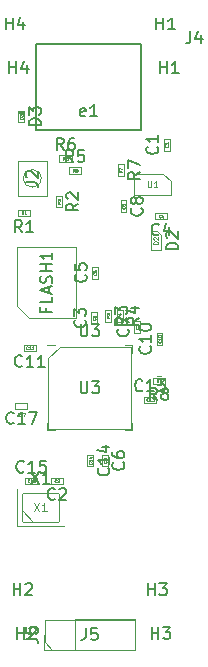
<source format=gbr>
G04 #@! TF.GenerationSoftware,KiCad,Pcbnew,(5.1.9)-1*
G04 #@! TF.CreationDate,2021-05-15T18:25:28+01:00*
G04 #@! TF.ProjectId,EnvOpenPico,456e764f-7065-46e5-9069-636f2e6b6963,REV1*
G04 #@! TF.SameCoordinates,Original*
G04 #@! TF.FileFunction,Other,Fab,Top*
%FSLAX46Y46*%
G04 Gerber Fmt 4.6, Leading zero omitted, Abs format (unit mm)*
G04 Created by KiCad (PCBNEW (5.1.9)-1) date 2021-05-15 18:25:28*
%MOMM*%
%LPD*%
G01*
G04 APERTURE LIST*
%ADD10C,0.100000*%
%ADD11C,0.150000*%
%ADD12C,0.120000*%
%ADD13C,0.060000*%
%ADD14C,0.040000*%
%ADD15C,0.075000*%
%ADD16C,0.105000*%
G04 APERTURE END LIST*
D10*
X97550000Y-79125000D02*
X97550000Y-74125000D01*
X97550000Y-74125000D02*
X102550000Y-74125000D01*
X102550000Y-74125000D02*
X102550000Y-80125000D01*
X102550000Y-80125000D02*
X98550000Y-80125000D01*
X98550000Y-80125000D02*
X97550000Y-79125000D01*
D11*
X108070000Y-56925000D02*
X99130000Y-56925000D01*
X108070000Y-56925000D02*
X108070000Y-64225000D01*
X99130000Y-56925000D02*
X99130000Y-64225000D01*
X108070000Y-64225000D02*
X99130000Y-64225000D01*
D10*
X108890000Y-74360000D02*
X109690000Y-74360000D01*
X108890000Y-72760000D02*
X108890000Y-74360000D01*
X109390000Y-72760000D02*
X108890000Y-72760000D01*
X109690000Y-73060000D02*
X109390000Y-72760000D01*
X109690000Y-74360000D02*
X109690000Y-73060000D01*
X106050000Y-68125000D02*
X106050000Y-67075000D01*
X106590000Y-68125000D02*
X106050000Y-68125000D01*
X106590000Y-67075000D02*
X106590000Y-68125000D01*
X106050000Y-67075000D02*
X106590000Y-67075000D01*
X102165000Y-66870000D02*
X101115000Y-66870000D01*
X102165000Y-66330000D02*
X102165000Y-66870000D01*
X101115000Y-66330000D02*
X102165000Y-66330000D01*
X101115000Y-66870000D02*
X101115000Y-66330000D01*
X102985000Y-67880000D02*
X101935000Y-67880000D01*
X102985000Y-67340000D02*
X102985000Y-67880000D01*
X101935000Y-67340000D02*
X102985000Y-67340000D01*
X101935000Y-67880000D02*
X101935000Y-67340000D01*
X97580000Y-69790000D02*
X97580000Y-66790000D01*
X97580000Y-66790000D02*
X100080000Y-66790000D01*
X100080000Y-66790000D02*
X100080000Y-69790000D01*
X100080000Y-69790000D02*
X97580000Y-69790000D01*
X99580000Y-68290000D02*
G75*
G03*
X99580000Y-68290000I-750000J0D01*
G01*
X100850000Y-70750000D02*
X100850000Y-69750000D01*
X101350000Y-70750000D02*
X100850000Y-70750000D01*
X101350000Y-69750000D02*
X101350000Y-70750000D01*
X100850000Y-69750000D02*
X101350000Y-69750000D01*
X109900000Y-67900000D02*
X110550000Y-68550000D01*
X110550000Y-69700000D02*
X110550000Y-68550000D01*
X109900000Y-67900000D02*
X107450000Y-67900000D01*
X107450000Y-69700000D02*
X107450000Y-67900000D01*
X110550000Y-69700000D02*
X107450000Y-69700000D01*
X106300000Y-70150000D02*
X106800000Y-70150000D01*
X106800000Y-70150000D02*
X106800000Y-71150000D01*
X106800000Y-71150000D02*
X106300000Y-71150000D01*
X106300000Y-71150000D02*
X106300000Y-70150000D01*
X109225000Y-71250000D02*
X110225000Y-71250000D01*
X109225000Y-71750000D02*
X109225000Y-71250000D01*
X110225000Y-71750000D02*
X109225000Y-71750000D01*
X110225000Y-71250000D02*
X110225000Y-71750000D01*
X98025000Y-94900000D02*
X101025000Y-94900000D01*
X101025000Y-94900000D02*
X101125000Y-95000000D01*
X101125000Y-95000000D02*
X101125000Y-97300000D01*
X101125000Y-97300000D02*
X101025000Y-97400000D01*
X101025000Y-97400000D02*
X98025000Y-97400000D01*
X98025000Y-97400000D02*
X97925000Y-97300000D01*
X97925000Y-97300000D02*
X97925000Y-95000000D01*
X97925000Y-95000000D02*
X98025000Y-94900000D01*
X97925000Y-96400000D02*
X98925000Y-97400000D01*
D12*
X97525000Y-94575000D02*
X97525000Y-97725000D01*
X97525000Y-97725000D02*
X101525000Y-97725000D01*
D10*
X104325000Y-79600000D02*
X104325000Y-80600000D01*
X103825000Y-79600000D02*
X104325000Y-79600000D01*
X103825000Y-80600000D02*
X103825000Y-79600000D01*
X104325000Y-80600000D02*
X103825000Y-80600000D01*
X97390000Y-87335000D02*
X98390000Y-87335000D01*
X97390000Y-87835000D02*
X97390000Y-87335000D01*
X98390000Y-87835000D02*
X97390000Y-87835000D01*
X98390000Y-87335000D02*
X98390000Y-87835000D01*
X99250000Y-94150000D02*
X98250000Y-94150000D01*
X99250000Y-93650000D02*
X99250000Y-94150000D01*
X98250000Y-93650000D02*
X99250000Y-93650000D01*
X98250000Y-94150000D02*
X98250000Y-93650000D01*
X109850000Y-81375000D02*
X109850000Y-82375000D01*
X109350000Y-81375000D02*
X109850000Y-81375000D01*
X109350000Y-82375000D02*
X109350000Y-81375000D01*
X109850000Y-82375000D02*
X109350000Y-82375000D01*
X103500000Y-92675000D02*
X103500000Y-91675000D01*
X104000000Y-92675000D02*
X103500000Y-92675000D01*
X104000000Y-91675000D02*
X104000000Y-92675000D01*
X103500000Y-91675000D02*
X104000000Y-91675000D01*
X109300000Y-87275000D02*
X108300000Y-87275000D01*
X109300000Y-86775000D02*
X109300000Y-87275000D01*
X108300000Y-86775000D02*
X109300000Y-86775000D01*
X108300000Y-87275000D02*
X108300000Y-86775000D01*
X105980000Y-80425000D02*
X105980000Y-79425000D01*
X106480000Y-80425000D02*
X105980000Y-80425000D01*
X106480000Y-79425000D02*
X106480000Y-80425000D01*
X105980000Y-79425000D02*
X106480000Y-79425000D01*
X105000000Y-80425000D02*
X105000000Y-79425000D01*
X105500000Y-80425000D02*
X105000000Y-80425000D01*
X105500000Y-79425000D02*
X105500000Y-80425000D01*
X105000000Y-79425000D02*
X105500000Y-79425000D01*
X97620000Y-70980000D02*
X98620000Y-70980000D01*
X97620000Y-71480000D02*
X97620000Y-70980000D01*
X98620000Y-71480000D02*
X97620000Y-71480000D01*
X98620000Y-70980000D02*
X98620000Y-71480000D01*
X98100000Y-82400000D02*
X99100000Y-82400000D01*
X98100000Y-82900000D02*
X98100000Y-82400000D01*
X99100000Y-82900000D02*
X98100000Y-82900000D01*
X99100000Y-82400000D02*
X99100000Y-82900000D01*
X107975000Y-80375000D02*
X107975000Y-81375000D01*
X107475000Y-80375000D02*
X107975000Y-80375000D01*
X107475000Y-81375000D02*
X107475000Y-80375000D01*
X107975000Y-81375000D02*
X107475000Y-81375000D01*
X104750000Y-92675000D02*
X104750000Y-91675000D01*
X105250000Y-92675000D02*
X104750000Y-92675000D01*
X105250000Y-91675000D02*
X105250000Y-92675000D01*
X104750000Y-91675000D02*
X105250000Y-91675000D01*
X104375000Y-75775000D02*
X104375000Y-76775000D01*
X103875000Y-75775000D02*
X104375000Y-75775000D01*
X103875000Y-76775000D02*
X103875000Y-75775000D01*
X104375000Y-76775000D02*
X103875000Y-76775000D01*
X100400000Y-93650000D02*
X101400000Y-93650000D01*
X100400000Y-94150000D02*
X100400000Y-93650000D01*
X101400000Y-94150000D02*
X100400000Y-94150000D01*
X101400000Y-93650000D02*
X101400000Y-94150000D01*
X110450000Y-64945000D02*
X110450000Y-65945000D01*
X109950000Y-64945000D02*
X110450000Y-64945000D01*
X109950000Y-65945000D02*
X109950000Y-64945000D01*
X110450000Y-65945000D02*
X109950000Y-65945000D01*
D12*
X109703641Y-85045000D02*
X109396359Y-85045000D01*
X109703641Y-85805000D02*
X109396359Y-85805000D01*
D10*
X109025000Y-85155000D02*
X110075000Y-85155000D01*
X109025000Y-85695000D02*
X109025000Y-85155000D01*
X110075000Y-85695000D02*
X109025000Y-85695000D01*
X110075000Y-85155000D02*
X110075000Y-85695000D01*
X97650000Y-62750000D02*
X98150000Y-62750000D01*
X97650000Y-62650000D02*
X98150000Y-62650000D01*
X97650000Y-63550000D02*
X97650000Y-62550000D01*
X98150000Y-63550000D02*
X97650000Y-63550000D01*
X98150000Y-62550000D02*
X98150000Y-63550000D01*
X97650000Y-62550000D02*
X98150000Y-62550000D01*
X97950000Y-61960000D02*
G75*
G03*
X97950000Y-61960000I-50000J0D01*
G01*
X100190000Y-83525000D02*
X101190000Y-82525000D01*
X100190000Y-89525000D02*
X100190000Y-83525000D01*
X107190000Y-89525000D02*
X100190000Y-89525000D01*
X107190000Y-82525000D02*
X107190000Y-89525000D01*
X101190000Y-82525000D02*
X107190000Y-82525000D01*
D12*
X100730000Y-82415000D02*
X100080000Y-82415000D01*
X107300000Y-89635000D02*
X107300000Y-88985000D01*
X106650000Y-89635000D02*
X107300000Y-89635000D01*
X100080000Y-89635000D02*
X100080000Y-88985000D01*
X100730000Y-89635000D02*
X100080000Y-89635000D01*
X107300000Y-82415000D02*
X107300000Y-83065000D01*
X106650000Y-82415000D02*
X107300000Y-82415000D01*
X99820000Y-108255000D02*
X99820000Y-106925000D01*
X101150000Y-108255000D02*
X99820000Y-108255000D01*
X102420000Y-108255000D02*
X102420000Y-105595000D01*
X102420000Y-105595000D02*
X107560000Y-105595000D01*
X102420000Y-108255000D02*
X107560000Y-108255000D01*
X107560000Y-108255000D02*
X107560000Y-105595000D01*
D10*
X100515000Y-108195000D02*
X99880000Y-107560000D01*
X107500000Y-108195000D02*
X100515000Y-108195000D01*
X107500000Y-105655000D02*
X107500000Y-108195000D01*
X99880000Y-105655000D02*
X107500000Y-105655000D01*
X99880000Y-107560000D02*
X99880000Y-105655000D01*
D11*
X99978571Y-79291666D02*
X99978571Y-79625000D01*
X100502380Y-79625000D02*
X99502380Y-79625000D01*
X99502380Y-79148809D01*
X100502380Y-78291666D02*
X100502380Y-78767857D01*
X99502380Y-78767857D01*
X100216666Y-78005952D02*
X100216666Y-77529761D01*
X100502380Y-78101190D02*
X99502380Y-77767857D01*
X100502380Y-77434523D01*
X100454761Y-77148809D02*
X100502380Y-77005952D01*
X100502380Y-76767857D01*
X100454761Y-76672619D01*
X100407142Y-76625000D01*
X100311904Y-76577380D01*
X100216666Y-76577380D01*
X100121428Y-76625000D01*
X100073809Y-76672619D01*
X100026190Y-76767857D01*
X99978571Y-76958333D01*
X99930952Y-77053571D01*
X99883333Y-77101190D01*
X99788095Y-77148809D01*
X99692857Y-77148809D01*
X99597619Y-77101190D01*
X99550000Y-77053571D01*
X99502380Y-76958333D01*
X99502380Y-76720238D01*
X99550000Y-76577380D01*
X100502380Y-76148809D02*
X99502380Y-76148809D01*
X99978571Y-76148809D02*
X99978571Y-75577380D01*
X100502380Y-75577380D02*
X99502380Y-75577380D01*
X100502380Y-74577380D02*
X100502380Y-75148809D01*
X100502380Y-74863095D02*
X99502380Y-74863095D01*
X99645238Y-74958333D01*
X99740476Y-75053571D01*
X99788095Y-75148809D01*
X103314285Y-62974761D02*
X103219047Y-63022380D01*
X103028571Y-63022380D01*
X102933333Y-62974761D01*
X102885714Y-62879523D01*
X102885714Y-62498571D01*
X102933333Y-62403333D01*
X103028571Y-62355714D01*
X103219047Y-62355714D01*
X103314285Y-62403333D01*
X103361904Y-62498571D01*
X103361904Y-62593809D01*
X102885714Y-62689047D01*
X104314285Y-63022380D02*
X103742857Y-63022380D01*
X104028571Y-63022380D02*
X104028571Y-62022380D01*
X103933333Y-62165238D01*
X103838095Y-62260476D01*
X103742857Y-62308095D01*
X103314285Y-62979761D02*
X103219047Y-63027380D01*
X103028571Y-63027380D01*
X102933333Y-62979761D01*
X102885714Y-62884523D01*
X102885714Y-62503571D01*
X102933333Y-62408333D01*
X103028571Y-62360714D01*
X103219047Y-62360714D01*
X103314285Y-62408333D01*
X103361904Y-62503571D01*
X103361904Y-62598809D01*
X102885714Y-62694047D01*
X104314285Y-63027380D02*
X103742857Y-63027380D01*
X104028571Y-63027380D02*
X104028571Y-62027380D01*
X103933333Y-62170238D01*
X103838095Y-62265476D01*
X103742857Y-62313095D01*
X111172380Y-74298095D02*
X110172380Y-74298095D01*
X110172380Y-74060000D01*
X110220000Y-73917142D01*
X110315238Y-73821904D01*
X110410476Y-73774285D01*
X110600952Y-73726666D01*
X110743809Y-73726666D01*
X110934285Y-73774285D01*
X111029523Y-73821904D01*
X111124761Y-73917142D01*
X111172380Y-74060000D01*
X111172380Y-74298095D01*
X110267619Y-73345714D02*
X110220000Y-73298095D01*
X110172380Y-73202857D01*
X110172380Y-72964761D01*
X110220000Y-72869523D01*
X110267619Y-72821904D01*
X110362857Y-72774285D01*
X110458095Y-72774285D01*
X110600952Y-72821904D01*
X111172380Y-73393333D01*
X111172380Y-72774285D01*
D13*
X109470952Y-73855238D02*
X109070952Y-73855238D01*
X109070952Y-73760000D01*
X109090000Y-73702857D01*
X109128095Y-73664761D01*
X109166190Y-73645714D01*
X109242380Y-73626666D01*
X109299523Y-73626666D01*
X109375714Y-73645714D01*
X109413809Y-73664761D01*
X109451904Y-73702857D01*
X109470952Y-73760000D01*
X109470952Y-73855238D01*
X109109047Y-73474285D02*
X109090000Y-73455238D01*
X109070952Y-73417142D01*
X109070952Y-73321904D01*
X109090000Y-73283809D01*
X109109047Y-73264761D01*
X109147142Y-73245714D01*
X109185238Y-73245714D01*
X109242380Y-73264761D01*
X109470952Y-73493333D01*
X109470952Y-73245714D01*
D11*
X107942380Y-67766666D02*
X107466190Y-68100000D01*
X107942380Y-68338095D02*
X106942380Y-68338095D01*
X106942380Y-67957142D01*
X106990000Y-67861904D01*
X107037619Y-67814285D01*
X107132857Y-67766666D01*
X107275714Y-67766666D01*
X107370952Y-67814285D01*
X107418571Y-67861904D01*
X107466190Y-67957142D01*
X107466190Y-68338095D01*
X106942380Y-67433333D02*
X106942380Y-66766666D01*
X107942380Y-67195238D01*
D14*
X106437619Y-67643333D02*
X106313809Y-67730000D01*
X106437619Y-67791904D02*
X106177619Y-67791904D01*
X106177619Y-67692857D01*
X106190000Y-67668095D01*
X106202380Y-67655714D01*
X106227142Y-67643333D01*
X106264285Y-67643333D01*
X106289047Y-67655714D01*
X106301428Y-67668095D01*
X106313809Y-67692857D01*
X106313809Y-67791904D01*
X106177619Y-67556666D02*
X106177619Y-67383333D01*
X106437619Y-67494761D01*
D11*
X101473333Y-65882380D02*
X101140000Y-65406190D01*
X100901904Y-65882380D02*
X100901904Y-64882380D01*
X101282857Y-64882380D01*
X101378095Y-64930000D01*
X101425714Y-64977619D01*
X101473333Y-65072857D01*
X101473333Y-65215714D01*
X101425714Y-65310952D01*
X101378095Y-65358571D01*
X101282857Y-65406190D01*
X100901904Y-65406190D01*
X102330476Y-64882380D02*
X102140000Y-64882380D01*
X102044761Y-64930000D01*
X101997142Y-64977619D01*
X101901904Y-65120476D01*
X101854285Y-65310952D01*
X101854285Y-65691904D01*
X101901904Y-65787142D01*
X101949523Y-65834761D01*
X102044761Y-65882380D01*
X102235238Y-65882380D01*
X102330476Y-65834761D01*
X102378095Y-65787142D01*
X102425714Y-65691904D01*
X102425714Y-65453809D01*
X102378095Y-65358571D01*
X102330476Y-65310952D01*
X102235238Y-65263333D01*
X102044761Y-65263333D01*
X101949523Y-65310952D01*
X101901904Y-65358571D01*
X101854285Y-65453809D01*
D14*
X101596666Y-66717619D02*
X101510000Y-66593809D01*
X101448095Y-66717619D02*
X101448095Y-66457619D01*
X101547142Y-66457619D01*
X101571904Y-66470000D01*
X101584285Y-66482380D01*
X101596666Y-66507142D01*
X101596666Y-66544285D01*
X101584285Y-66569047D01*
X101571904Y-66581428D01*
X101547142Y-66593809D01*
X101448095Y-66593809D01*
X101819523Y-66457619D02*
X101770000Y-66457619D01*
X101745238Y-66470000D01*
X101732857Y-66482380D01*
X101708095Y-66519523D01*
X101695714Y-66569047D01*
X101695714Y-66668095D01*
X101708095Y-66692857D01*
X101720476Y-66705238D01*
X101745238Y-66717619D01*
X101794761Y-66717619D01*
X101819523Y-66705238D01*
X101831904Y-66692857D01*
X101844285Y-66668095D01*
X101844285Y-66606190D01*
X101831904Y-66581428D01*
X101819523Y-66569047D01*
X101794761Y-66556666D01*
X101745238Y-66556666D01*
X101720476Y-66569047D01*
X101708095Y-66581428D01*
X101695714Y-66606190D01*
D11*
X102293333Y-66892380D02*
X101960000Y-66416190D01*
X101721904Y-66892380D02*
X101721904Y-65892380D01*
X102102857Y-65892380D01*
X102198095Y-65940000D01*
X102245714Y-65987619D01*
X102293333Y-66082857D01*
X102293333Y-66225714D01*
X102245714Y-66320952D01*
X102198095Y-66368571D01*
X102102857Y-66416190D01*
X101721904Y-66416190D01*
X103198095Y-65892380D02*
X102721904Y-65892380D01*
X102674285Y-66368571D01*
X102721904Y-66320952D01*
X102817142Y-66273333D01*
X103055238Y-66273333D01*
X103150476Y-66320952D01*
X103198095Y-66368571D01*
X103245714Y-66463809D01*
X103245714Y-66701904D01*
X103198095Y-66797142D01*
X103150476Y-66844761D01*
X103055238Y-66892380D01*
X102817142Y-66892380D01*
X102721904Y-66844761D01*
X102674285Y-66797142D01*
D14*
X102416666Y-67727619D02*
X102330000Y-67603809D01*
X102268095Y-67727619D02*
X102268095Y-67467619D01*
X102367142Y-67467619D01*
X102391904Y-67480000D01*
X102404285Y-67492380D01*
X102416666Y-67517142D01*
X102416666Y-67554285D01*
X102404285Y-67579047D01*
X102391904Y-67591428D01*
X102367142Y-67603809D01*
X102268095Y-67603809D01*
X102651904Y-67467619D02*
X102528095Y-67467619D01*
X102515714Y-67591428D01*
X102528095Y-67579047D01*
X102552857Y-67566666D01*
X102614761Y-67566666D01*
X102639523Y-67579047D01*
X102651904Y-67591428D01*
X102664285Y-67616190D01*
X102664285Y-67678095D01*
X102651904Y-67702857D01*
X102639523Y-67715238D01*
X102614761Y-67727619D01*
X102552857Y-67727619D01*
X102528095Y-67715238D01*
X102515714Y-67702857D01*
D11*
X98282380Y-68623333D02*
X98996666Y-68623333D01*
X99139523Y-68670952D01*
X99234761Y-68766190D01*
X99282380Y-68909047D01*
X99282380Y-69004285D01*
X98377619Y-68194761D02*
X98330000Y-68147142D01*
X98282380Y-68051904D01*
X98282380Y-67813809D01*
X98330000Y-67718571D01*
X98377619Y-67670952D01*
X98472857Y-67623333D01*
X98568095Y-67623333D01*
X98710952Y-67670952D01*
X99282380Y-68242380D01*
X99282380Y-67623333D01*
X98282380Y-68623333D02*
X98996666Y-68623333D01*
X99139523Y-68670952D01*
X99234761Y-68766190D01*
X99282380Y-68909047D01*
X99282380Y-69004285D01*
X98377619Y-68194761D02*
X98330000Y-68147142D01*
X98282380Y-68051904D01*
X98282380Y-67813809D01*
X98330000Y-67718571D01*
X98377619Y-67670952D01*
X98472857Y-67623333D01*
X98568095Y-67623333D01*
X98710952Y-67670952D01*
X99282380Y-68242380D01*
X99282380Y-67623333D01*
X102712380Y-70416666D02*
X102236190Y-70750000D01*
X102712380Y-70988095D02*
X101712380Y-70988095D01*
X101712380Y-70607142D01*
X101760000Y-70511904D01*
X101807619Y-70464285D01*
X101902857Y-70416666D01*
X102045714Y-70416666D01*
X102140952Y-70464285D01*
X102188571Y-70511904D01*
X102236190Y-70607142D01*
X102236190Y-70988095D01*
X101807619Y-70035714D02*
X101760000Y-69988095D01*
X101712380Y-69892857D01*
X101712380Y-69654761D01*
X101760000Y-69559523D01*
X101807619Y-69511904D01*
X101902857Y-69464285D01*
X101998095Y-69464285D01*
X102140952Y-69511904D01*
X102712380Y-70083333D01*
X102712380Y-69464285D01*
D14*
X101213095Y-70291666D02*
X101094047Y-70375000D01*
X101213095Y-70434523D02*
X100963095Y-70434523D01*
X100963095Y-70339285D01*
X100975000Y-70315476D01*
X100986904Y-70303571D01*
X101010714Y-70291666D01*
X101046428Y-70291666D01*
X101070238Y-70303571D01*
X101082142Y-70315476D01*
X101094047Y-70339285D01*
X101094047Y-70434523D01*
X100986904Y-70196428D02*
X100975000Y-70184523D01*
X100963095Y-70160714D01*
X100963095Y-70101190D01*
X100975000Y-70077380D01*
X100986904Y-70065476D01*
X101010714Y-70053571D01*
X101034523Y-70053571D01*
X101070238Y-70065476D01*
X101213095Y-70208333D01*
X101213095Y-70053571D01*
D10*
X108619047Y-68526190D02*
X108619047Y-68930952D01*
X108642857Y-68978571D01*
X108666666Y-69002380D01*
X108714285Y-69026190D01*
X108809523Y-69026190D01*
X108857142Y-69002380D01*
X108880952Y-68978571D01*
X108904761Y-68930952D01*
X108904761Y-68526190D01*
X109404761Y-69026190D02*
X109119047Y-69026190D01*
X109261904Y-69026190D02*
X109261904Y-68526190D01*
X109214285Y-68597619D01*
X109166666Y-68645238D01*
X109119047Y-68669047D01*
D15*
X108619047Y-68526190D02*
X108619047Y-68930952D01*
X108642857Y-68978571D01*
X108666666Y-69002380D01*
X108714285Y-69026190D01*
X108809523Y-69026190D01*
X108857142Y-69002380D01*
X108880952Y-68978571D01*
X108904761Y-68930952D01*
X108904761Y-68526190D01*
X109404761Y-69026190D02*
X109119047Y-69026190D01*
X109261904Y-69026190D02*
X109261904Y-68526190D01*
X109214285Y-68597619D01*
X109166666Y-68645238D01*
X109119047Y-68669047D01*
D11*
X108067142Y-70816666D02*
X108114761Y-70864285D01*
X108162380Y-71007142D01*
X108162380Y-71102380D01*
X108114761Y-71245238D01*
X108019523Y-71340476D01*
X107924285Y-71388095D01*
X107733809Y-71435714D01*
X107590952Y-71435714D01*
X107400476Y-71388095D01*
X107305238Y-71340476D01*
X107210000Y-71245238D01*
X107162380Y-71102380D01*
X107162380Y-71007142D01*
X107210000Y-70864285D01*
X107257619Y-70816666D01*
X107590952Y-70245238D02*
X107543333Y-70340476D01*
X107495714Y-70388095D01*
X107400476Y-70435714D01*
X107352857Y-70435714D01*
X107257619Y-70388095D01*
X107210000Y-70340476D01*
X107162380Y-70245238D01*
X107162380Y-70054761D01*
X107210000Y-69959523D01*
X107257619Y-69911904D01*
X107352857Y-69864285D01*
X107400476Y-69864285D01*
X107495714Y-69911904D01*
X107543333Y-69959523D01*
X107590952Y-70054761D01*
X107590952Y-70245238D01*
X107638571Y-70340476D01*
X107686190Y-70388095D01*
X107781428Y-70435714D01*
X107971904Y-70435714D01*
X108067142Y-70388095D01*
X108114761Y-70340476D01*
X108162380Y-70245238D01*
X108162380Y-70054761D01*
X108114761Y-69959523D01*
X108067142Y-69911904D01*
X107971904Y-69864285D01*
X107781428Y-69864285D01*
X107686190Y-69911904D01*
X107638571Y-69959523D01*
X107590952Y-70054761D01*
D14*
X106639285Y-70691666D02*
X106651190Y-70703571D01*
X106663095Y-70739285D01*
X106663095Y-70763095D01*
X106651190Y-70798809D01*
X106627380Y-70822619D01*
X106603571Y-70834523D01*
X106555952Y-70846428D01*
X106520238Y-70846428D01*
X106472619Y-70834523D01*
X106448809Y-70822619D01*
X106425000Y-70798809D01*
X106413095Y-70763095D01*
X106413095Y-70739285D01*
X106425000Y-70703571D01*
X106436904Y-70691666D01*
X106520238Y-70548809D02*
X106508333Y-70572619D01*
X106496428Y-70584523D01*
X106472619Y-70596428D01*
X106460714Y-70596428D01*
X106436904Y-70584523D01*
X106425000Y-70572619D01*
X106413095Y-70548809D01*
X106413095Y-70501190D01*
X106425000Y-70477380D01*
X106436904Y-70465476D01*
X106460714Y-70453571D01*
X106472619Y-70453571D01*
X106496428Y-70465476D01*
X106508333Y-70477380D01*
X106520238Y-70501190D01*
X106520238Y-70548809D01*
X106532142Y-70572619D01*
X106544047Y-70584523D01*
X106567857Y-70596428D01*
X106615476Y-70596428D01*
X106639285Y-70584523D01*
X106651190Y-70572619D01*
X106663095Y-70548809D01*
X106663095Y-70501190D01*
X106651190Y-70477380D01*
X106639285Y-70465476D01*
X106615476Y-70453571D01*
X106567857Y-70453571D01*
X106544047Y-70465476D01*
X106532142Y-70477380D01*
X106520238Y-70501190D01*
D11*
X109558333Y-73017142D02*
X109510714Y-73064761D01*
X109367857Y-73112380D01*
X109272619Y-73112380D01*
X109129761Y-73064761D01*
X109034523Y-72969523D01*
X108986904Y-72874285D01*
X108939285Y-72683809D01*
X108939285Y-72540952D01*
X108986904Y-72350476D01*
X109034523Y-72255238D01*
X109129761Y-72160000D01*
X109272619Y-72112380D01*
X109367857Y-72112380D01*
X109510714Y-72160000D01*
X109558333Y-72207619D01*
X110415476Y-72445714D02*
X110415476Y-73112380D01*
X110177380Y-72064761D02*
X109939285Y-72779047D01*
X110558333Y-72779047D01*
D14*
X109683333Y-71589285D02*
X109671428Y-71601190D01*
X109635714Y-71613095D01*
X109611904Y-71613095D01*
X109576190Y-71601190D01*
X109552380Y-71577380D01*
X109540476Y-71553571D01*
X109528571Y-71505952D01*
X109528571Y-71470238D01*
X109540476Y-71422619D01*
X109552380Y-71398809D01*
X109576190Y-71375000D01*
X109611904Y-71363095D01*
X109635714Y-71363095D01*
X109671428Y-71375000D01*
X109683333Y-71386904D01*
X109897619Y-71446428D02*
X109897619Y-71613095D01*
X109838095Y-71351190D02*
X109778571Y-71529761D01*
X109933333Y-71529761D01*
D11*
X98715476Y-93152380D02*
X99382142Y-94152380D01*
X99382142Y-93152380D02*
X98715476Y-94152380D01*
X100286904Y-94152380D02*
X99715476Y-94152380D01*
X100001190Y-94152380D02*
X100001190Y-93152380D01*
X99905952Y-93295238D01*
X99810714Y-93390476D01*
X99715476Y-93438095D01*
D16*
X98958333Y-95766666D02*
X99425000Y-96466666D01*
X99425000Y-95766666D02*
X98958333Y-96466666D01*
X100058333Y-96466666D02*
X99658333Y-96466666D01*
X99858333Y-96466666D02*
X99858333Y-95766666D01*
X99791666Y-95866666D01*
X99725000Y-95933333D01*
X99658333Y-95966666D01*
D11*
X109338095Y-55677380D02*
X109338095Y-54677380D01*
X109338095Y-55153571D02*
X109909523Y-55153571D01*
X109909523Y-55677380D02*
X109909523Y-54677380D01*
X110909523Y-55677380D02*
X110338095Y-55677380D01*
X110623809Y-55677380D02*
X110623809Y-54677380D01*
X110528571Y-54820238D01*
X110433333Y-54915476D01*
X110338095Y-54963095D01*
X109638095Y-59377380D02*
X109638095Y-58377380D01*
X109638095Y-58853571D02*
X110209523Y-58853571D01*
X110209523Y-59377380D02*
X110209523Y-58377380D01*
X111209523Y-59377380D02*
X110638095Y-59377380D01*
X110923809Y-59377380D02*
X110923809Y-58377380D01*
X110828571Y-58520238D01*
X110733333Y-58615476D01*
X110638095Y-58663095D01*
X96588095Y-55677380D02*
X96588095Y-54677380D01*
X96588095Y-55153571D02*
X97159523Y-55153571D01*
X97159523Y-55677380D02*
X97159523Y-54677380D01*
X98064285Y-55010714D02*
X98064285Y-55677380D01*
X97826190Y-54629761D02*
X97588095Y-55344047D01*
X98207142Y-55344047D01*
X96888095Y-59377380D02*
X96888095Y-58377380D01*
X96888095Y-58853571D02*
X97459523Y-58853571D01*
X97459523Y-59377380D02*
X97459523Y-58377380D01*
X98364285Y-58710714D02*
X98364285Y-59377380D01*
X98126190Y-58329761D02*
X97888095Y-59044047D01*
X98507142Y-59044047D01*
X108638095Y-103577380D02*
X108638095Y-102577380D01*
X108638095Y-103053571D02*
X109209523Y-103053571D01*
X109209523Y-103577380D02*
X109209523Y-102577380D01*
X109590476Y-102577380D02*
X110209523Y-102577380D01*
X109876190Y-102958333D01*
X110019047Y-102958333D01*
X110114285Y-103005952D01*
X110161904Y-103053571D01*
X110209523Y-103148809D01*
X110209523Y-103386904D01*
X110161904Y-103482142D01*
X110114285Y-103529761D01*
X110019047Y-103577380D01*
X109733333Y-103577380D01*
X109638095Y-103529761D01*
X109590476Y-103482142D01*
X108938095Y-107277380D02*
X108938095Y-106277380D01*
X108938095Y-106753571D02*
X109509523Y-106753571D01*
X109509523Y-107277380D02*
X109509523Y-106277380D01*
X109890476Y-106277380D02*
X110509523Y-106277380D01*
X110176190Y-106658333D01*
X110319047Y-106658333D01*
X110414285Y-106705952D01*
X110461904Y-106753571D01*
X110509523Y-106848809D01*
X110509523Y-107086904D01*
X110461904Y-107182142D01*
X110414285Y-107229761D01*
X110319047Y-107277380D01*
X110033333Y-107277380D01*
X109938095Y-107229761D01*
X109890476Y-107182142D01*
X97238095Y-103577380D02*
X97238095Y-102577380D01*
X97238095Y-103053571D02*
X97809523Y-103053571D01*
X97809523Y-103577380D02*
X97809523Y-102577380D01*
X98238095Y-102672619D02*
X98285714Y-102625000D01*
X98380952Y-102577380D01*
X98619047Y-102577380D01*
X98714285Y-102625000D01*
X98761904Y-102672619D01*
X98809523Y-102767857D01*
X98809523Y-102863095D01*
X98761904Y-103005952D01*
X98190476Y-103577380D01*
X98809523Y-103577380D01*
X97538095Y-107277380D02*
X97538095Y-106277380D01*
X97538095Y-106753571D02*
X98109523Y-106753571D01*
X98109523Y-107277380D02*
X98109523Y-106277380D01*
X98538095Y-106372619D02*
X98585714Y-106325000D01*
X98680952Y-106277380D01*
X98919047Y-106277380D01*
X99014285Y-106325000D01*
X99061904Y-106372619D01*
X99109523Y-106467857D01*
X99109523Y-106563095D01*
X99061904Y-106705952D01*
X98490476Y-107277380D01*
X99109523Y-107277380D01*
X103272142Y-80266666D02*
X103319761Y-80314285D01*
X103367380Y-80457142D01*
X103367380Y-80552380D01*
X103319761Y-80695238D01*
X103224523Y-80790476D01*
X103129285Y-80838095D01*
X102938809Y-80885714D01*
X102795952Y-80885714D01*
X102605476Y-80838095D01*
X102510238Y-80790476D01*
X102415000Y-80695238D01*
X102367380Y-80552380D01*
X102367380Y-80457142D01*
X102415000Y-80314285D01*
X102462619Y-80266666D01*
X102367380Y-79933333D02*
X102367380Y-79314285D01*
X102748333Y-79647619D01*
X102748333Y-79504761D01*
X102795952Y-79409523D01*
X102843571Y-79361904D01*
X102938809Y-79314285D01*
X103176904Y-79314285D01*
X103272142Y-79361904D01*
X103319761Y-79409523D01*
X103367380Y-79504761D01*
X103367380Y-79790476D01*
X103319761Y-79885714D01*
X103272142Y-79933333D01*
D14*
X104164285Y-80141666D02*
X104176190Y-80153571D01*
X104188095Y-80189285D01*
X104188095Y-80213095D01*
X104176190Y-80248809D01*
X104152380Y-80272619D01*
X104128571Y-80284523D01*
X104080952Y-80296428D01*
X104045238Y-80296428D01*
X103997619Y-80284523D01*
X103973809Y-80272619D01*
X103950000Y-80248809D01*
X103938095Y-80213095D01*
X103938095Y-80189285D01*
X103950000Y-80153571D01*
X103961904Y-80141666D01*
X103938095Y-80058333D02*
X103938095Y-79903571D01*
X104033333Y-79986904D01*
X104033333Y-79951190D01*
X104045238Y-79927380D01*
X104057142Y-79915476D01*
X104080952Y-79903571D01*
X104140476Y-79903571D01*
X104164285Y-79915476D01*
X104176190Y-79927380D01*
X104188095Y-79951190D01*
X104188095Y-80022619D01*
X104176190Y-80046428D01*
X104164285Y-80058333D01*
D11*
X97247142Y-88992142D02*
X97199523Y-89039761D01*
X97056666Y-89087380D01*
X96961428Y-89087380D01*
X96818571Y-89039761D01*
X96723333Y-88944523D01*
X96675714Y-88849285D01*
X96628095Y-88658809D01*
X96628095Y-88515952D01*
X96675714Y-88325476D01*
X96723333Y-88230238D01*
X96818571Y-88135000D01*
X96961428Y-88087380D01*
X97056666Y-88087380D01*
X97199523Y-88135000D01*
X97247142Y-88182619D01*
X98199523Y-89087380D02*
X97628095Y-89087380D01*
X97913809Y-89087380D02*
X97913809Y-88087380D01*
X97818571Y-88230238D01*
X97723333Y-88325476D01*
X97628095Y-88373095D01*
X98532857Y-88087380D02*
X99199523Y-88087380D01*
X98770952Y-89087380D01*
D14*
X97729285Y-88354285D02*
X97717380Y-88366190D01*
X97681666Y-88378095D01*
X97657857Y-88378095D01*
X97622142Y-88366190D01*
X97598333Y-88342380D01*
X97586428Y-88318571D01*
X97574523Y-88270952D01*
X97574523Y-88235238D01*
X97586428Y-88187619D01*
X97598333Y-88163809D01*
X97622142Y-88140000D01*
X97657857Y-88128095D01*
X97681666Y-88128095D01*
X97717380Y-88140000D01*
X97729285Y-88151904D01*
X97967380Y-88378095D02*
X97824523Y-88378095D01*
X97895952Y-88378095D02*
X97895952Y-88128095D01*
X97872142Y-88163809D01*
X97848333Y-88187619D01*
X97824523Y-88199523D01*
X98050714Y-88128095D02*
X98217380Y-88128095D01*
X98110238Y-88378095D01*
D11*
X98107142Y-93097142D02*
X98059523Y-93144761D01*
X97916666Y-93192380D01*
X97821428Y-93192380D01*
X97678571Y-93144761D01*
X97583333Y-93049523D01*
X97535714Y-92954285D01*
X97488095Y-92763809D01*
X97488095Y-92620952D01*
X97535714Y-92430476D01*
X97583333Y-92335238D01*
X97678571Y-92240000D01*
X97821428Y-92192380D01*
X97916666Y-92192380D01*
X98059523Y-92240000D01*
X98107142Y-92287619D01*
X99059523Y-93192380D02*
X98488095Y-93192380D01*
X98773809Y-93192380D02*
X98773809Y-92192380D01*
X98678571Y-92335238D01*
X98583333Y-92430476D01*
X98488095Y-92478095D01*
X99964285Y-92192380D02*
X99488095Y-92192380D01*
X99440476Y-92668571D01*
X99488095Y-92620952D01*
X99583333Y-92573333D01*
X99821428Y-92573333D01*
X99916666Y-92620952D01*
X99964285Y-92668571D01*
X100011904Y-92763809D01*
X100011904Y-93001904D01*
X99964285Y-93097142D01*
X99916666Y-93144761D01*
X99821428Y-93192380D01*
X99583333Y-93192380D01*
X99488095Y-93144761D01*
X99440476Y-93097142D01*
D14*
X98589285Y-93989285D02*
X98577380Y-94001190D01*
X98541666Y-94013095D01*
X98517857Y-94013095D01*
X98482142Y-94001190D01*
X98458333Y-93977380D01*
X98446428Y-93953571D01*
X98434523Y-93905952D01*
X98434523Y-93870238D01*
X98446428Y-93822619D01*
X98458333Y-93798809D01*
X98482142Y-93775000D01*
X98517857Y-93763095D01*
X98541666Y-93763095D01*
X98577380Y-93775000D01*
X98589285Y-93786904D01*
X98827380Y-94013095D02*
X98684523Y-94013095D01*
X98755952Y-94013095D02*
X98755952Y-93763095D01*
X98732142Y-93798809D01*
X98708333Y-93822619D01*
X98684523Y-93834523D01*
X99053571Y-93763095D02*
X98934523Y-93763095D01*
X98922619Y-93882142D01*
X98934523Y-93870238D01*
X98958333Y-93858333D01*
X99017857Y-93858333D01*
X99041666Y-93870238D01*
X99053571Y-93882142D01*
X99065476Y-93905952D01*
X99065476Y-93965476D01*
X99053571Y-93989285D01*
X99041666Y-94001190D01*
X99017857Y-94013095D01*
X98958333Y-94013095D01*
X98934523Y-94001190D01*
X98922619Y-93989285D01*
D11*
X108797142Y-82517857D02*
X108844761Y-82565476D01*
X108892380Y-82708333D01*
X108892380Y-82803571D01*
X108844761Y-82946428D01*
X108749523Y-83041666D01*
X108654285Y-83089285D01*
X108463809Y-83136904D01*
X108320952Y-83136904D01*
X108130476Y-83089285D01*
X108035238Y-83041666D01*
X107940000Y-82946428D01*
X107892380Y-82803571D01*
X107892380Y-82708333D01*
X107940000Y-82565476D01*
X107987619Y-82517857D01*
X108892380Y-81565476D02*
X108892380Y-82136904D01*
X108892380Y-81851190D02*
X107892380Y-81851190D01*
X108035238Y-81946428D01*
X108130476Y-82041666D01*
X108178095Y-82136904D01*
X107892380Y-80946428D02*
X107892380Y-80851190D01*
X107940000Y-80755952D01*
X107987619Y-80708333D01*
X108082857Y-80660714D01*
X108273333Y-80613095D01*
X108511428Y-80613095D01*
X108701904Y-80660714D01*
X108797142Y-80708333D01*
X108844761Y-80755952D01*
X108892380Y-80851190D01*
X108892380Y-80946428D01*
X108844761Y-81041666D01*
X108797142Y-81089285D01*
X108701904Y-81136904D01*
X108511428Y-81184523D01*
X108273333Y-81184523D01*
X108082857Y-81136904D01*
X107987619Y-81089285D01*
X107940000Y-81041666D01*
X107892380Y-80946428D01*
D14*
X109689285Y-82035714D02*
X109701190Y-82047619D01*
X109713095Y-82083333D01*
X109713095Y-82107142D01*
X109701190Y-82142857D01*
X109677380Y-82166666D01*
X109653571Y-82178571D01*
X109605952Y-82190476D01*
X109570238Y-82190476D01*
X109522619Y-82178571D01*
X109498809Y-82166666D01*
X109475000Y-82142857D01*
X109463095Y-82107142D01*
X109463095Y-82083333D01*
X109475000Y-82047619D01*
X109486904Y-82035714D01*
X109713095Y-81797619D02*
X109713095Y-81940476D01*
X109713095Y-81869047D02*
X109463095Y-81869047D01*
X109498809Y-81892857D01*
X109522619Y-81916666D01*
X109534523Y-81940476D01*
X109463095Y-81642857D02*
X109463095Y-81619047D01*
X109475000Y-81595238D01*
X109486904Y-81583333D01*
X109510714Y-81571428D01*
X109558333Y-81559523D01*
X109617857Y-81559523D01*
X109665476Y-81571428D01*
X109689285Y-81583333D01*
X109701190Y-81595238D01*
X109713095Y-81619047D01*
X109713095Y-81642857D01*
X109701190Y-81666666D01*
X109689285Y-81678571D01*
X109665476Y-81690476D01*
X109617857Y-81702380D01*
X109558333Y-81702380D01*
X109510714Y-81690476D01*
X109486904Y-81678571D01*
X109475000Y-81666666D01*
X109463095Y-81642857D01*
D11*
X105267142Y-92817857D02*
X105314761Y-92865476D01*
X105362380Y-93008333D01*
X105362380Y-93103571D01*
X105314761Y-93246428D01*
X105219523Y-93341666D01*
X105124285Y-93389285D01*
X104933809Y-93436904D01*
X104790952Y-93436904D01*
X104600476Y-93389285D01*
X104505238Y-93341666D01*
X104410000Y-93246428D01*
X104362380Y-93103571D01*
X104362380Y-93008333D01*
X104410000Y-92865476D01*
X104457619Y-92817857D01*
X105362380Y-91865476D02*
X105362380Y-92436904D01*
X105362380Y-92151190D02*
X104362380Y-92151190D01*
X104505238Y-92246428D01*
X104600476Y-92341666D01*
X104648095Y-92436904D01*
X104695714Y-91008333D02*
X105362380Y-91008333D01*
X104314761Y-91246428D02*
X105029047Y-91484523D01*
X105029047Y-90865476D01*
D14*
X103839285Y-92335714D02*
X103851190Y-92347619D01*
X103863095Y-92383333D01*
X103863095Y-92407142D01*
X103851190Y-92442857D01*
X103827380Y-92466666D01*
X103803571Y-92478571D01*
X103755952Y-92490476D01*
X103720238Y-92490476D01*
X103672619Y-92478571D01*
X103648809Y-92466666D01*
X103625000Y-92442857D01*
X103613095Y-92407142D01*
X103613095Y-92383333D01*
X103625000Y-92347619D01*
X103636904Y-92335714D01*
X103863095Y-92097619D02*
X103863095Y-92240476D01*
X103863095Y-92169047D02*
X103613095Y-92169047D01*
X103648809Y-92192857D01*
X103672619Y-92216666D01*
X103684523Y-92240476D01*
X103696428Y-91883333D02*
X103863095Y-91883333D01*
X103601190Y-91942857D02*
X103779761Y-92002380D01*
X103779761Y-91847619D01*
D11*
X108157142Y-86222142D02*
X108109523Y-86269761D01*
X107966666Y-86317380D01*
X107871428Y-86317380D01*
X107728571Y-86269761D01*
X107633333Y-86174523D01*
X107585714Y-86079285D01*
X107538095Y-85888809D01*
X107538095Y-85745952D01*
X107585714Y-85555476D01*
X107633333Y-85460238D01*
X107728571Y-85365000D01*
X107871428Y-85317380D01*
X107966666Y-85317380D01*
X108109523Y-85365000D01*
X108157142Y-85412619D01*
X109109523Y-86317380D02*
X108538095Y-86317380D01*
X108823809Y-86317380D02*
X108823809Y-85317380D01*
X108728571Y-85460238D01*
X108633333Y-85555476D01*
X108538095Y-85603095D01*
X109442857Y-85317380D02*
X110061904Y-85317380D01*
X109728571Y-85698333D01*
X109871428Y-85698333D01*
X109966666Y-85745952D01*
X110014285Y-85793571D01*
X110061904Y-85888809D01*
X110061904Y-86126904D01*
X110014285Y-86222142D01*
X109966666Y-86269761D01*
X109871428Y-86317380D01*
X109585714Y-86317380D01*
X109490476Y-86269761D01*
X109442857Y-86222142D01*
D14*
X108639285Y-87114285D02*
X108627380Y-87126190D01*
X108591666Y-87138095D01*
X108567857Y-87138095D01*
X108532142Y-87126190D01*
X108508333Y-87102380D01*
X108496428Y-87078571D01*
X108484523Y-87030952D01*
X108484523Y-86995238D01*
X108496428Y-86947619D01*
X108508333Y-86923809D01*
X108532142Y-86900000D01*
X108567857Y-86888095D01*
X108591666Y-86888095D01*
X108627380Y-86900000D01*
X108639285Y-86911904D01*
X108877380Y-87138095D02*
X108734523Y-87138095D01*
X108805952Y-87138095D02*
X108805952Y-86888095D01*
X108782142Y-86923809D01*
X108758333Y-86947619D01*
X108734523Y-86959523D01*
X108960714Y-86888095D02*
X109115476Y-86888095D01*
X109032142Y-86983333D01*
X109067857Y-86983333D01*
X109091666Y-86995238D01*
X109103571Y-87007142D01*
X109115476Y-87030952D01*
X109115476Y-87090476D01*
X109103571Y-87114285D01*
X109091666Y-87126190D01*
X109067857Y-87138095D01*
X108996428Y-87138095D01*
X108972619Y-87126190D01*
X108960714Y-87114285D01*
D11*
X107842380Y-80091666D02*
X107366190Y-80425000D01*
X107842380Y-80663095D02*
X106842380Y-80663095D01*
X106842380Y-80282142D01*
X106890000Y-80186904D01*
X106937619Y-80139285D01*
X107032857Y-80091666D01*
X107175714Y-80091666D01*
X107270952Y-80139285D01*
X107318571Y-80186904D01*
X107366190Y-80282142D01*
X107366190Y-80663095D01*
X107175714Y-79234523D02*
X107842380Y-79234523D01*
X106794761Y-79472619D02*
X107509047Y-79710714D01*
X107509047Y-79091666D01*
D14*
X106343095Y-79966666D02*
X106224047Y-80050000D01*
X106343095Y-80109523D02*
X106093095Y-80109523D01*
X106093095Y-80014285D01*
X106105000Y-79990476D01*
X106116904Y-79978571D01*
X106140714Y-79966666D01*
X106176428Y-79966666D01*
X106200238Y-79978571D01*
X106212142Y-79990476D01*
X106224047Y-80014285D01*
X106224047Y-80109523D01*
X106176428Y-79752380D02*
X106343095Y-79752380D01*
X106081190Y-79811904D02*
X106259761Y-79871428D01*
X106259761Y-79716666D01*
D11*
X106862380Y-80091666D02*
X106386190Y-80425000D01*
X106862380Y-80663095D02*
X105862380Y-80663095D01*
X105862380Y-80282142D01*
X105910000Y-80186904D01*
X105957619Y-80139285D01*
X106052857Y-80091666D01*
X106195714Y-80091666D01*
X106290952Y-80139285D01*
X106338571Y-80186904D01*
X106386190Y-80282142D01*
X106386190Y-80663095D01*
X105862380Y-79758333D02*
X105862380Y-79139285D01*
X106243333Y-79472619D01*
X106243333Y-79329761D01*
X106290952Y-79234523D01*
X106338571Y-79186904D01*
X106433809Y-79139285D01*
X106671904Y-79139285D01*
X106767142Y-79186904D01*
X106814761Y-79234523D01*
X106862380Y-79329761D01*
X106862380Y-79615476D01*
X106814761Y-79710714D01*
X106767142Y-79758333D01*
D14*
X105363095Y-79966666D02*
X105244047Y-80050000D01*
X105363095Y-80109523D02*
X105113095Y-80109523D01*
X105113095Y-80014285D01*
X105125000Y-79990476D01*
X105136904Y-79978571D01*
X105160714Y-79966666D01*
X105196428Y-79966666D01*
X105220238Y-79978571D01*
X105232142Y-79990476D01*
X105244047Y-80014285D01*
X105244047Y-80109523D01*
X105113095Y-79883333D02*
X105113095Y-79728571D01*
X105208333Y-79811904D01*
X105208333Y-79776190D01*
X105220238Y-79752380D01*
X105232142Y-79740476D01*
X105255952Y-79728571D01*
X105315476Y-79728571D01*
X105339285Y-79740476D01*
X105351190Y-79752380D01*
X105363095Y-79776190D01*
X105363095Y-79847619D01*
X105351190Y-79871428D01*
X105339285Y-79883333D01*
D11*
X97953333Y-72842380D02*
X97620000Y-72366190D01*
X97381904Y-72842380D02*
X97381904Y-71842380D01*
X97762857Y-71842380D01*
X97858095Y-71890000D01*
X97905714Y-71937619D01*
X97953333Y-72032857D01*
X97953333Y-72175714D01*
X97905714Y-72270952D01*
X97858095Y-72318571D01*
X97762857Y-72366190D01*
X97381904Y-72366190D01*
X98905714Y-72842380D02*
X98334285Y-72842380D01*
X98620000Y-72842380D02*
X98620000Y-71842380D01*
X98524761Y-71985238D01*
X98429523Y-72080476D01*
X98334285Y-72128095D01*
D14*
X98078333Y-71343095D02*
X97995000Y-71224047D01*
X97935476Y-71343095D02*
X97935476Y-71093095D01*
X98030714Y-71093095D01*
X98054523Y-71105000D01*
X98066428Y-71116904D01*
X98078333Y-71140714D01*
X98078333Y-71176428D01*
X98066428Y-71200238D01*
X98054523Y-71212142D01*
X98030714Y-71224047D01*
X97935476Y-71224047D01*
X98316428Y-71343095D02*
X98173571Y-71343095D01*
X98245000Y-71343095D02*
X98245000Y-71093095D01*
X98221190Y-71128809D01*
X98197380Y-71152619D01*
X98173571Y-71164523D01*
D11*
X97957142Y-84167142D02*
X97909523Y-84214761D01*
X97766666Y-84262380D01*
X97671428Y-84262380D01*
X97528571Y-84214761D01*
X97433333Y-84119523D01*
X97385714Y-84024285D01*
X97338095Y-83833809D01*
X97338095Y-83690952D01*
X97385714Y-83500476D01*
X97433333Y-83405238D01*
X97528571Y-83310000D01*
X97671428Y-83262380D01*
X97766666Y-83262380D01*
X97909523Y-83310000D01*
X97957142Y-83357619D01*
X98909523Y-84262380D02*
X98338095Y-84262380D01*
X98623809Y-84262380D02*
X98623809Y-83262380D01*
X98528571Y-83405238D01*
X98433333Y-83500476D01*
X98338095Y-83548095D01*
X99861904Y-84262380D02*
X99290476Y-84262380D01*
X99576190Y-84262380D02*
X99576190Y-83262380D01*
X99480952Y-83405238D01*
X99385714Y-83500476D01*
X99290476Y-83548095D01*
D14*
X98439285Y-82739285D02*
X98427380Y-82751190D01*
X98391666Y-82763095D01*
X98367857Y-82763095D01*
X98332142Y-82751190D01*
X98308333Y-82727380D01*
X98296428Y-82703571D01*
X98284523Y-82655952D01*
X98284523Y-82620238D01*
X98296428Y-82572619D01*
X98308333Y-82548809D01*
X98332142Y-82525000D01*
X98367857Y-82513095D01*
X98391666Y-82513095D01*
X98427380Y-82525000D01*
X98439285Y-82536904D01*
X98677380Y-82763095D02*
X98534523Y-82763095D01*
X98605952Y-82763095D02*
X98605952Y-82513095D01*
X98582142Y-82548809D01*
X98558333Y-82572619D01*
X98534523Y-82584523D01*
X98915476Y-82763095D02*
X98772619Y-82763095D01*
X98844047Y-82763095D02*
X98844047Y-82513095D01*
X98820238Y-82548809D01*
X98796428Y-82572619D01*
X98772619Y-82584523D01*
D11*
X106922142Y-81041666D02*
X106969761Y-81089285D01*
X107017380Y-81232142D01*
X107017380Y-81327380D01*
X106969761Y-81470238D01*
X106874523Y-81565476D01*
X106779285Y-81613095D01*
X106588809Y-81660714D01*
X106445952Y-81660714D01*
X106255476Y-81613095D01*
X106160238Y-81565476D01*
X106065000Y-81470238D01*
X106017380Y-81327380D01*
X106017380Y-81232142D01*
X106065000Y-81089285D01*
X106112619Y-81041666D01*
X106017380Y-80708333D02*
X106017380Y-80041666D01*
X107017380Y-80470238D01*
D14*
X107814285Y-80916666D02*
X107826190Y-80928571D01*
X107838095Y-80964285D01*
X107838095Y-80988095D01*
X107826190Y-81023809D01*
X107802380Y-81047619D01*
X107778571Y-81059523D01*
X107730952Y-81071428D01*
X107695238Y-81071428D01*
X107647619Y-81059523D01*
X107623809Y-81047619D01*
X107600000Y-81023809D01*
X107588095Y-80988095D01*
X107588095Y-80964285D01*
X107600000Y-80928571D01*
X107611904Y-80916666D01*
X107588095Y-80833333D02*
X107588095Y-80666666D01*
X107838095Y-80773809D01*
D11*
X106517142Y-92341666D02*
X106564761Y-92389285D01*
X106612380Y-92532142D01*
X106612380Y-92627380D01*
X106564761Y-92770238D01*
X106469523Y-92865476D01*
X106374285Y-92913095D01*
X106183809Y-92960714D01*
X106040952Y-92960714D01*
X105850476Y-92913095D01*
X105755238Y-92865476D01*
X105660000Y-92770238D01*
X105612380Y-92627380D01*
X105612380Y-92532142D01*
X105660000Y-92389285D01*
X105707619Y-92341666D01*
X105612380Y-91484523D02*
X105612380Y-91675000D01*
X105660000Y-91770238D01*
X105707619Y-91817857D01*
X105850476Y-91913095D01*
X106040952Y-91960714D01*
X106421904Y-91960714D01*
X106517142Y-91913095D01*
X106564761Y-91865476D01*
X106612380Y-91770238D01*
X106612380Y-91579761D01*
X106564761Y-91484523D01*
X106517142Y-91436904D01*
X106421904Y-91389285D01*
X106183809Y-91389285D01*
X106088571Y-91436904D01*
X106040952Y-91484523D01*
X105993333Y-91579761D01*
X105993333Y-91770238D01*
X106040952Y-91865476D01*
X106088571Y-91913095D01*
X106183809Y-91960714D01*
D14*
X105089285Y-92216666D02*
X105101190Y-92228571D01*
X105113095Y-92264285D01*
X105113095Y-92288095D01*
X105101190Y-92323809D01*
X105077380Y-92347619D01*
X105053571Y-92359523D01*
X105005952Y-92371428D01*
X104970238Y-92371428D01*
X104922619Y-92359523D01*
X104898809Y-92347619D01*
X104875000Y-92323809D01*
X104863095Y-92288095D01*
X104863095Y-92264285D01*
X104875000Y-92228571D01*
X104886904Y-92216666D01*
X104863095Y-92002380D02*
X104863095Y-92050000D01*
X104875000Y-92073809D01*
X104886904Y-92085714D01*
X104922619Y-92109523D01*
X104970238Y-92121428D01*
X105065476Y-92121428D01*
X105089285Y-92109523D01*
X105101190Y-92097619D01*
X105113095Y-92073809D01*
X105113095Y-92026190D01*
X105101190Y-92002380D01*
X105089285Y-91990476D01*
X105065476Y-91978571D01*
X105005952Y-91978571D01*
X104982142Y-91990476D01*
X104970238Y-92002380D01*
X104958333Y-92026190D01*
X104958333Y-92073809D01*
X104970238Y-92097619D01*
X104982142Y-92109523D01*
X105005952Y-92121428D01*
D11*
X103322142Y-76441666D02*
X103369761Y-76489285D01*
X103417380Y-76632142D01*
X103417380Y-76727380D01*
X103369761Y-76870238D01*
X103274523Y-76965476D01*
X103179285Y-77013095D01*
X102988809Y-77060714D01*
X102845952Y-77060714D01*
X102655476Y-77013095D01*
X102560238Y-76965476D01*
X102465000Y-76870238D01*
X102417380Y-76727380D01*
X102417380Y-76632142D01*
X102465000Y-76489285D01*
X102512619Y-76441666D01*
X102417380Y-75536904D02*
X102417380Y-76013095D01*
X102893571Y-76060714D01*
X102845952Y-76013095D01*
X102798333Y-75917857D01*
X102798333Y-75679761D01*
X102845952Y-75584523D01*
X102893571Y-75536904D01*
X102988809Y-75489285D01*
X103226904Y-75489285D01*
X103322142Y-75536904D01*
X103369761Y-75584523D01*
X103417380Y-75679761D01*
X103417380Y-75917857D01*
X103369761Y-76013095D01*
X103322142Y-76060714D01*
D14*
X104214285Y-76316666D02*
X104226190Y-76328571D01*
X104238095Y-76364285D01*
X104238095Y-76388095D01*
X104226190Y-76423809D01*
X104202380Y-76447619D01*
X104178571Y-76459523D01*
X104130952Y-76471428D01*
X104095238Y-76471428D01*
X104047619Y-76459523D01*
X104023809Y-76447619D01*
X104000000Y-76423809D01*
X103988095Y-76388095D01*
X103988095Y-76364285D01*
X104000000Y-76328571D01*
X104011904Y-76316666D01*
X103988095Y-76090476D02*
X103988095Y-76209523D01*
X104107142Y-76221428D01*
X104095238Y-76209523D01*
X104083333Y-76185714D01*
X104083333Y-76126190D01*
X104095238Y-76102380D01*
X104107142Y-76090476D01*
X104130952Y-76078571D01*
X104190476Y-76078571D01*
X104214285Y-76090476D01*
X104226190Y-76102380D01*
X104238095Y-76126190D01*
X104238095Y-76185714D01*
X104226190Y-76209523D01*
X104214285Y-76221428D01*
D11*
X100733333Y-95417142D02*
X100685714Y-95464761D01*
X100542857Y-95512380D01*
X100447619Y-95512380D01*
X100304761Y-95464761D01*
X100209523Y-95369523D01*
X100161904Y-95274285D01*
X100114285Y-95083809D01*
X100114285Y-94940952D01*
X100161904Y-94750476D01*
X100209523Y-94655238D01*
X100304761Y-94560000D01*
X100447619Y-94512380D01*
X100542857Y-94512380D01*
X100685714Y-94560000D01*
X100733333Y-94607619D01*
X101114285Y-94607619D02*
X101161904Y-94560000D01*
X101257142Y-94512380D01*
X101495238Y-94512380D01*
X101590476Y-94560000D01*
X101638095Y-94607619D01*
X101685714Y-94702857D01*
X101685714Y-94798095D01*
X101638095Y-94940952D01*
X101066666Y-95512380D01*
X101685714Y-95512380D01*
D14*
X100858333Y-93989285D02*
X100846428Y-94001190D01*
X100810714Y-94013095D01*
X100786904Y-94013095D01*
X100751190Y-94001190D01*
X100727380Y-93977380D01*
X100715476Y-93953571D01*
X100703571Y-93905952D01*
X100703571Y-93870238D01*
X100715476Y-93822619D01*
X100727380Y-93798809D01*
X100751190Y-93775000D01*
X100786904Y-93763095D01*
X100810714Y-93763095D01*
X100846428Y-93775000D01*
X100858333Y-93786904D01*
X100953571Y-93786904D02*
X100965476Y-93775000D01*
X100989285Y-93763095D01*
X101048809Y-93763095D01*
X101072619Y-93775000D01*
X101084523Y-93786904D01*
X101096428Y-93810714D01*
X101096428Y-93834523D01*
X101084523Y-93870238D01*
X100941666Y-94013095D01*
X101096428Y-94013095D01*
D11*
X109397142Y-65611666D02*
X109444761Y-65659285D01*
X109492380Y-65802142D01*
X109492380Y-65897380D01*
X109444761Y-66040238D01*
X109349523Y-66135476D01*
X109254285Y-66183095D01*
X109063809Y-66230714D01*
X108920952Y-66230714D01*
X108730476Y-66183095D01*
X108635238Y-66135476D01*
X108540000Y-66040238D01*
X108492380Y-65897380D01*
X108492380Y-65802142D01*
X108540000Y-65659285D01*
X108587619Y-65611666D01*
X109492380Y-64659285D02*
X109492380Y-65230714D01*
X109492380Y-64945000D02*
X108492380Y-64945000D01*
X108635238Y-65040238D01*
X108730476Y-65135476D01*
X108778095Y-65230714D01*
D14*
X110289285Y-65486666D02*
X110301190Y-65498571D01*
X110313095Y-65534285D01*
X110313095Y-65558095D01*
X110301190Y-65593809D01*
X110277380Y-65617619D01*
X110253571Y-65629523D01*
X110205952Y-65641428D01*
X110170238Y-65641428D01*
X110122619Y-65629523D01*
X110098809Y-65617619D01*
X110075000Y-65593809D01*
X110063095Y-65558095D01*
X110063095Y-65534285D01*
X110075000Y-65498571D01*
X110086904Y-65486666D01*
X110313095Y-65248571D02*
X110313095Y-65391428D01*
X110313095Y-65320000D02*
X110063095Y-65320000D01*
X110098809Y-65343809D01*
X110122619Y-65367619D01*
X110134523Y-65391428D01*
D11*
X109383333Y-87047380D02*
X109050000Y-86571190D01*
X108811904Y-87047380D02*
X108811904Y-86047380D01*
X109192857Y-86047380D01*
X109288095Y-86095000D01*
X109335714Y-86142619D01*
X109383333Y-86237857D01*
X109383333Y-86380714D01*
X109335714Y-86475952D01*
X109288095Y-86523571D01*
X109192857Y-86571190D01*
X108811904Y-86571190D01*
X109954761Y-86475952D02*
X109859523Y-86428333D01*
X109811904Y-86380714D01*
X109764285Y-86285476D01*
X109764285Y-86237857D01*
X109811904Y-86142619D01*
X109859523Y-86095000D01*
X109954761Y-86047380D01*
X110145238Y-86047380D01*
X110240476Y-86095000D01*
X110288095Y-86142619D01*
X110335714Y-86237857D01*
X110335714Y-86285476D01*
X110288095Y-86380714D01*
X110240476Y-86428333D01*
X110145238Y-86475952D01*
X109954761Y-86475952D01*
X109859523Y-86523571D01*
X109811904Y-86571190D01*
X109764285Y-86666428D01*
X109764285Y-86856904D01*
X109811904Y-86952142D01*
X109859523Y-86999761D01*
X109954761Y-87047380D01*
X110145238Y-87047380D01*
X110240476Y-86999761D01*
X110288095Y-86952142D01*
X110335714Y-86856904D01*
X110335714Y-86666428D01*
X110288095Y-86571190D01*
X110240476Y-86523571D01*
X110145238Y-86475952D01*
D14*
X109506666Y-85542619D02*
X109420000Y-85418809D01*
X109358095Y-85542619D02*
X109358095Y-85282619D01*
X109457142Y-85282619D01*
X109481904Y-85295000D01*
X109494285Y-85307380D01*
X109506666Y-85332142D01*
X109506666Y-85369285D01*
X109494285Y-85394047D01*
X109481904Y-85406428D01*
X109457142Y-85418809D01*
X109358095Y-85418809D01*
X109655238Y-85394047D02*
X109630476Y-85381666D01*
X109618095Y-85369285D01*
X109605714Y-85344523D01*
X109605714Y-85332142D01*
X109618095Y-85307380D01*
X109630476Y-85295000D01*
X109655238Y-85282619D01*
X109704761Y-85282619D01*
X109729523Y-85295000D01*
X109741904Y-85307380D01*
X109754285Y-85332142D01*
X109754285Y-85344523D01*
X109741904Y-85369285D01*
X109729523Y-85381666D01*
X109704761Y-85394047D01*
X109655238Y-85394047D01*
X109630476Y-85406428D01*
X109618095Y-85418809D01*
X109605714Y-85443571D01*
X109605714Y-85493095D01*
X109618095Y-85517857D01*
X109630476Y-85530238D01*
X109655238Y-85542619D01*
X109704761Y-85542619D01*
X109729523Y-85530238D01*
X109741904Y-85517857D01*
X109754285Y-85493095D01*
X109754285Y-85443571D01*
X109741904Y-85418809D01*
X109729523Y-85406428D01*
X109704761Y-85394047D01*
D11*
X99522380Y-63788095D02*
X98522380Y-63788095D01*
X98522380Y-63550000D01*
X98570000Y-63407142D01*
X98665238Y-63311904D01*
X98760476Y-63264285D01*
X98950952Y-63216666D01*
X99093809Y-63216666D01*
X99284285Y-63264285D01*
X99379523Y-63311904D01*
X99474761Y-63407142D01*
X99522380Y-63550000D01*
X99522380Y-63788095D01*
X98522380Y-62883333D02*
X98522380Y-62264285D01*
X98903333Y-62597619D01*
X98903333Y-62454761D01*
X98950952Y-62359523D01*
X98998571Y-62311904D01*
X99093809Y-62264285D01*
X99331904Y-62264285D01*
X99427142Y-62311904D01*
X99474761Y-62359523D01*
X99522380Y-62454761D01*
X99522380Y-62740476D01*
X99474761Y-62835714D01*
X99427142Y-62883333D01*
D14*
X98013095Y-63234523D02*
X97763095Y-63234523D01*
X97763095Y-63175000D01*
X97775000Y-63139285D01*
X97798809Y-63115476D01*
X97822619Y-63103571D01*
X97870238Y-63091666D01*
X97905952Y-63091666D01*
X97953571Y-63103571D01*
X97977380Y-63115476D01*
X98001190Y-63139285D01*
X98013095Y-63175000D01*
X98013095Y-63234523D01*
X97763095Y-63008333D02*
X97763095Y-62853571D01*
X97858333Y-62936904D01*
X97858333Y-62901190D01*
X97870238Y-62877380D01*
X97882142Y-62865476D01*
X97905952Y-62853571D01*
X97965476Y-62853571D01*
X97989285Y-62865476D01*
X98001190Y-62877380D01*
X98013095Y-62901190D01*
X98013095Y-62972619D01*
X98001190Y-62996428D01*
X97989285Y-63008333D01*
D11*
X102928095Y-80657380D02*
X102928095Y-81466904D01*
X102975714Y-81562142D01*
X103023333Y-81609761D01*
X103118571Y-81657380D01*
X103309047Y-81657380D01*
X103404285Y-81609761D01*
X103451904Y-81562142D01*
X103499523Y-81466904D01*
X103499523Y-80657380D01*
X103880476Y-80657380D02*
X104499523Y-80657380D01*
X104166190Y-81038333D01*
X104309047Y-81038333D01*
X104404285Y-81085952D01*
X104451904Y-81133571D01*
X104499523Y-81228809D01*
X104499523Y-81466904D01*
X104451904Y-81562142D01*
X104404285Y-81609761D01*
X104309047Y-81657380D01*
X104023333Y-81657380D01*
X103928095Y-81609761D01*
X103880476Y-81562142D01*
X102928095Y-85477380D02*
X102928095Y-86286904D01*
X102975714Y-86382142D01*
X103023333Y-86429761D01*
X103118571Y-86477380D01*
X103309047Y-86477380D01*
X103404285Y-86429761D01*
X103451904Y-86382142D01*
X103499523Y-86286904D01*
X103499523Y-85477380D01*
X103880476Y-85477380D02*
X104499523Y-85477380D01*
X104166190Y-85858333D01*
X104309047Y-85858333D01*
X104404285Y-85905952D01*
X104451904Y-85953571D01*
X104499523Y-86048809D01*
X104499523Y-86286904D01*
X104451904Y-86382142D01*
X104404285Y-86429761D01*
X104309047Y-86477380D01*
X104023333Y-86477380D01*
X103928095Y-86429761D01*
X103880476Y-86382142D01*
X98272380Y-107258333D02*
X98986666Y-107258333D01*
X99129523Y-107305952D01*
X99224761Y-107401190D01*
X99272380Y-107544047D01*
X99272380Y-107639285D01*
X98272380Y-106305952D02*
X98272380Y-106782142D01*
X98748571Y-106829761D01*
X98700952Y-106782142D01*
X98653333Y-106686904D01*
X98653333Y-106448809D01*
X98700952Y-106353571D01*
X98748571Y-106305952D01*
X98843809Y-106258333D01*
X99081904Y-106258333D01*
X99177142Y-106305952D01*
X99224761Y-106353571D01*
X99272380Y-106448809D01*
X99272380Y-106686904D01*
X99224761Y-106782142D01*
X99177142Y-106829761D01*
X103356666Y-106377380D02*
X103356666Y-107091666D01*
X103309047Y-107234523D01*
X103213809Y-107329761D01*
X103070952Y-107377380D01*
X102975714Y-107377380D01*
X104309047Y-106377380D02*
X103832857Y-106377380D01*
X103785238Y-106853571D01*
X103832857Y-106805952D01*
X103928095Y-106758333D01*
X104166190Y-106758333D01*
X104261428Y-106805952D01*
X104309047Y-106853571D01*
X104356666Y-106948809D01*
X104356666Y-107186904D01*
X104309047Y-107282142D01*
X104261428Y-107329761D01*
X104166190Y-107377380D01*
X103928095Y-107377380D01*
X103832857Y-107329761D01*
X103785238Y-107282142D01*
X112196666Y-55847380D02*
X112196666Y-56561666D01*
X112149047Y-56704523D01*
X112053809Y-56799761D01*
X111910952Y-56847380D01*
X111815714Y-56847380D01*
X113101428Y-56180714D02*
X113101428Y-56847380D01*
X112863333Y-55799761D02*
X112625238Y-56514047D01*
X113244285Y-56514047D01*
M02*

</source>
